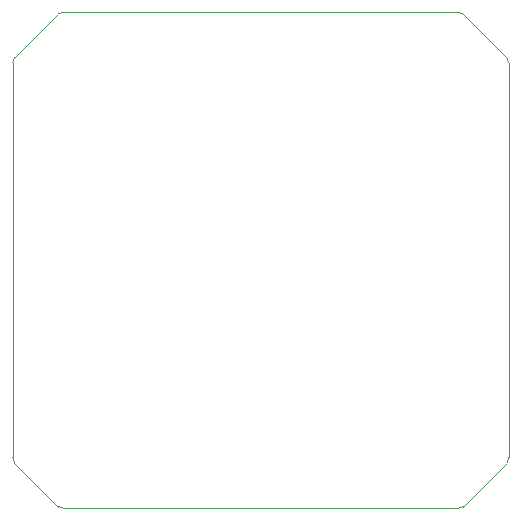
<source format=gko>
G04 #@! TF.GenerationSoftware,KiCad,Pcbnew,5.99.0-unknown-eb819a3b25~139~ubuntu20.04.1*
G04 #@! TF.CreationDate,2021-10-10T12:59:27-07:00*
G04 #@! TF.ProjectId,Huvud,48757675-642e-46b6-9963-61645f706362,rev?*
G04 #@! TF.SameCoordinates,PXad91980PY876bf80*
G04 #@! TF.FileFunction,Profile,NP*
%FSLAX46Y46*%
G04 Gerber Fmt 4.6, Leading zero omitted, Abs format (unit mm)*
G04 Created by KiCad (PCBNEW 5.99.0-unknown-eb819a3b25~139~ubuntu20.04.1) date 2021-10-10 12:59:27*
%MOMM*%
%LPD*%
G01*
G04 APERTURE LIST*
G04 #@! TA.AperFunction,Profile*
%ADD10C,0.050000*%
G04 #@! TD*
G04 APERTURE END LIST*
D10*
X42000000Y37700000D02*
X42000000Y4300000D01*
X4300000Y42000000D02*
X37700000Y42000000D01*
X37700000Y0D02*
X4300000Y0D01*
X0Y4300000D02*
X0Y37700000D01*
X3850000Y150000D02*
G75*
G03*
X4300000Y0I450000J600000D01*
G01*
X38204505Y41804955D02*
X41850000Y38150000D01*
X38150000Y150000D02*
X41850000Y3850000D01*
X150000Y38150000D02*
G75*
G03*
X0Y37700000I600000J-450000D01*
G01*
X3850000Y150000D02*
X150000Y3850000D01*
X150000Y38150000D02*
X3850000Y41850000D01*
X41850000Y38150000D02*
G75*
G02*
X42000000Y37700000I-600000J-450000D01*
G01*
X38150000Y150000D02*
G75*
G02*
X37700000Y0I-450000J600000D01*
G01*
X41850000Y3850000D02*
G75*
G03*
X42000000Y4300000I-600000J450000D01*
G01*
X150000Y3850000D02*
G75*
G02*
X0Y4300000I600000J450000D01*
G01*
X3850000Y41850000D02*
G75*
G02*
X4300000Y42000000I450000J-600000D01*
G01*
X38204505Y41804955D02*
G75*
G03*
X37700000Y42000000I-504505J-554955D01*
G01*
M02*

</source>
